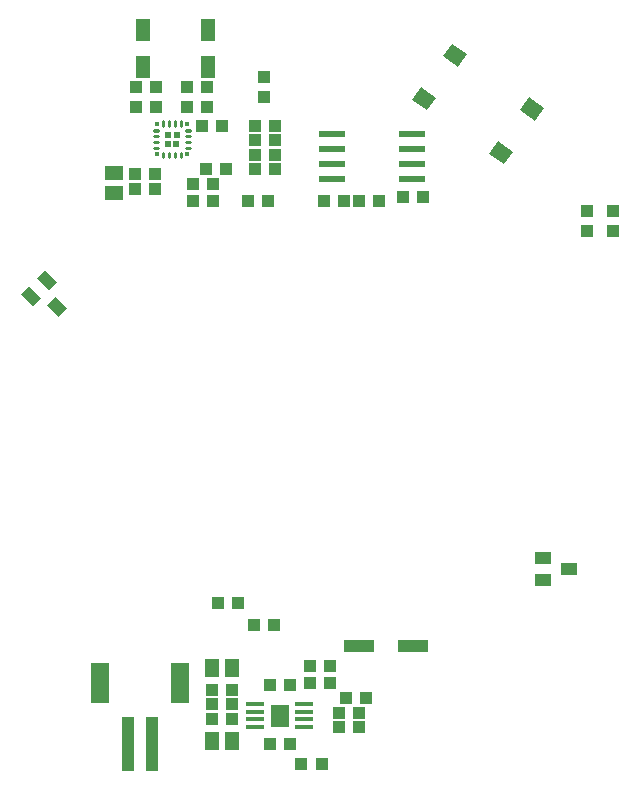
<source format=gtp>
G75*
%MOIN*%
%OFA0B0*%
%FSLAX24Y24*%
%IPPOS*%
%LPD*%
%AMOC8*
5,1,8,0,0,1.08239X$1,22.5*
%
%ADD10C,0.0105*%
%ADD11R,0.0134X0.0134*%
%ADD12R,0.0226X0.0231*%
%ADD13R,0.0225X0.0241*%
%ADD14R,0.0239X0.0240*%
%ADD15R,0.0242X0.0234*%
%ADD16R,0.0433X0.0394*%
%ADD17R,0.0394X0.0433*%
%ADD18R,0.0870X0.0240*%
%ADD19R,0.0591X0.0512*%
%ADD20R,0.0394X0.0551*%
%ADD21R,0.0512X0.0591*%
%ADD22R,0.0394X0.1811*%
%ADD23R,0.0630X0.1339*%
%ADD24R,0.0610X0.0512*%
%ADD25R,0.1024X0.0394*%
%ADD26R,0.0512X0.0748*%
%ADD27R,0.0551X0.0394*%
%ADD28R,0.0630X0.0157*%
%ADD29R,0.0618X0.0744*%
D10*
X010472Y021988D02*
X010478Y021988D01*
X010472Y021988D02*
X010472Y022124D01*
X010478Y022124D01*
X010478Y021988D01*
X010478Y022092D02*
X010472Y022092D01*
X010669Y021988D02*
X010675Y021988D01*
X010669Y021988D02*
X010669Y022124D01*
X010675Y022124D01*
X010675Y021988D01*
X010675Y022092D02*
X010669Y022092D01*
X010866Y021988D02*
X010872Y021988D01*
X010866Y021988D02*
X010866Y022124D01*
X010872Y022124D01*
X010872Y021988D01*
X010872Y022092D02*
X010866Y022092D01*
X011063Y021988D02*
X011069Y021988D01*
X011063Y021988D02*
X011063Y022124D01*
X011069Y022124D01*
X011069Y021988D01*
X011069Y022092D02*
X011063Y022092D01*
X011228Y022283D02*
X011228Y022289D01*
X011364Y022289D01*
X011364Y022283D01*
X011228Y022283D01*
X011228Y022480D02*
X011228Y022486D01*
X011364Y022486D01*
X011364Y022480D01*
X011228Y022480D01*
X011228Y022677D02*
X011228Y022683D01*
X011364Y022683D01*
X011364Y022677D01*
X011228Y022677D01*
X011228Y022874D02*
X011228Y022880D01*
X011364Y022880D01*
X011364Y022874D01*
X011228Y022874D01*
X011069Y023175D02*
X011063Y023175D01*
X011069Y023175D02*
X011069Y023039D01*
X011063Y023039D01*
X011063Y023175D01*
X011069Y023143D02*
X011063Y023143D01*
X010872Y023175D02*
X010866Y023175D01*
X010872Y023175D02*
X010872Y023039D01*
X010866Y023039D01*
X010866Y023175D01*
X010872Y023143D02*
X010866Y023143D01*
X010675Y023175D02*
X010669Y023175D01*
X010675Y023175D02*
X010675Y023039D01*
X010669Y023039D01*
X010669Y023175D01*
X010675Y023143D02*
X010669Y023143D01*
X010478Y023175D02*
X010472Y023175D01*
X010478Y023175D02*
X010478Y023039D01*
X010472Y023039D01*
X010472Y023175D01*
X010478Y023143D02*
X010472Y023143D01*
X010313Y022880D02*
X010313Y022874D01*
X010177Y022874D01*
X010177Y022880D01*
X010313Y022880D01*
X010313Y022683D02*
X010313Y022677D01*
X010177Y022677D01*
X010177Y022683D01*
X010313Y022683D01*
X010313Y022486D02*
X010313Y022480D01*
X010177Y022480D01*
X010177Y022486D01*
X010313Y022486D01*
X010313Y022289D02*
X010313Y022283D01*
X010177Y022283D01*
X010177Y022289D01*
X010313Y022289D01*
D11*
X010273Y022080D03*
X011269Y022084D03*
X011269Y023080D03*
X010273Y023080D03*
D12*
X010618Y022422D03*
D13*
X010617Y022721D03*
D14*
X010918Y022720D03*
D15*
X010916Y022426D03*
D16*
X011751Y023026D03*
X011936Y023645D03*
X012420Y023026D03*
X013546Y023015D03*
X013546Y022542D03*
X013546Y022070D03*
X013546Y021597D03*
X014215Y021597D03*
X014215Y022070D03*
X014215Y022542D03*
X014215Y023015D03*
X012562Y021597D03*
X011893Y021597D03*
X012129Y021086D03*
X012129Y020534D03*
X011460Y020534D03*
X011460Y021086D03*
X010200Y020928D03*
X010200Y021440D03*
X009530Y021440D03*
X009530Y020928D03*
X009570Y023645D03*
X009570Y024314D03*
X010239Y024314D03*
X010239Y023645D03*
X011267Y023645D03*
X011263Y024314D03*
X011932Y024314D03*
X013310Y020534D03*
X013979Y020534D03*
X015830Y020534D03*
X016499Y020534D03*
X017011Y020534D03*
X017680Y020534D03*
X018467Y020652D03*
X019137Y020652D03*
X012956Y007109D03*
X012286Y007109D03*
X013507Y006400D03*
X014176Y006400D03*
X015357Y005023D03*
X015357Y004471D03*
X016026Y004471D03*
X016026Y005023D03*
X016578Y003960D03*
X016341Y003448D03*
X016341Y002975D03*
X017011Y002975D03*
X017011Y003448D03*
X017247Y003960D03*
X015751Y001755D03*
X015082Y001755D03*
X014688Y002424D03*
X014019Y002424D03*
X012759Y003251D03*
X012759Y003763D03*
X012759Y004235D03*
X012089Y004235D03*
X012089Y003763D03*
X012089Y003251D03*
X014019Y004393D03*
X014688Y004393D03*
D17*
X024589Y019530D03*
X024589Y020200D03*
X025456Y020200D03*
X025456Y019530D03*
X013841Y023979D03*
X013841Y024649D03*
D18*
X016104Y022741D03*
X016104Y022241D03*
X016104Y021741D03*
X016104Y021241D03*
X018754Y021241D03*
X018754Y021741D03*
X018754Y022241D03*
X018754Y022741D03*
D19*
X008841Y021460D03*
X008841Y020790D03*
D20*
G36*
X006262Y017932D02*
X006540Y018210D01*
X006928Y017822D01*
X006650Y017544D01*
X006262Y017932D01*
G37*
G36*
X005733Y017403D02*
X006011Y017681D01*
X006399Y017293D01*
X006121Y017015D01*
X005733Y017403D01*
G37*
G36*
X006610Y017055D02*
X006888Y017333D01*
X007276Y016945D01*
X006998Y016667D01*
X006610Y017055D01*
G37*
D21*
X012089Y004944D03*
X012759Y004944D03*
X012763Y002519D03*
X012093Y002519D03*
D22*
X010101Y002424D03*
X009314Y002424D03*
D23*
X008369Y004471D03*
X011046Y004471D03*
D24*
G36*
X021844Y021755D02*
X021345Y022105D01*
X021638Y022523D01*
X022137Y022173D01*
X021844Y021755D01*
G37*
G36*
X022860Y023207D02*
X022361Y023557D01*
X022654Y023975D01*
X023153Y023625D01*
X022860Y023207D01*
G37*
G36*
X020297Y025002D02*
X019798Y025352D01*
X020091Y025770D01*
X020590Y025420D01*
X020297Y025002D01*
G37*
G36*
X019280Y023551D02*
X018781Y023901D01*
X019074Y024319D01*
X019573Y023969D01*
X019280Y023551D01*
G37*
D25*
X018802Y005692D03*
X016991Y005692D03*
D26*
X011971Y024975D03*
X011971Y026235D03*
X009806Y026235D03*
X009806Y024975D03*
D27*
X023133Y008625D03*
X023133Y007877D03*
X023999Y008251D03*
D28*
X015180Y003753D03*
X015180Y003497D03*
X015180Y003241D03*
X015180Y002985D03*
X013526Y002985D03*
X013526Y003241D03*
X013526Y003497D03*
X013526Y003753D03*
D29*
X014353Y003369D03*
M02*

</source>
